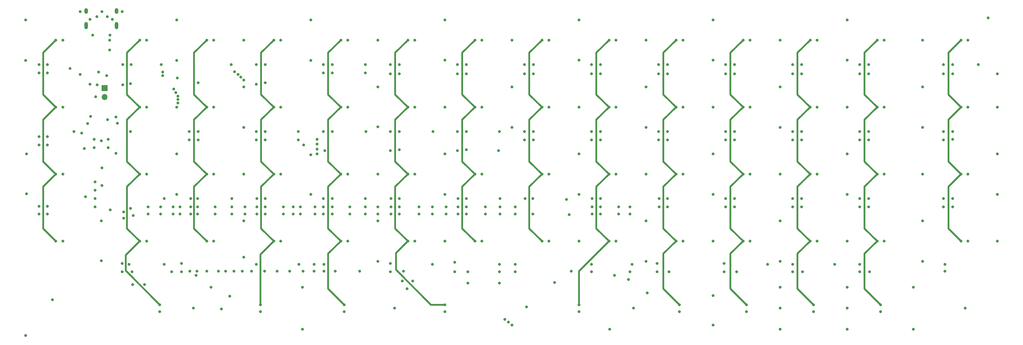
<source format=gbr>
%TF.GenerationSoftware,KiCad,Pcbnew,(6.0.0)*%
%TF.CreationDate,2022-12-27T13:23:36-08:00*%
%TF.ProjectId,denna,64656e6e-612e-46b6-9963-61645f706362,rev?*%
%TF.SameCoordinates,Original*%
%TF.FileFunction,Copper,L3,Inr*%
%TF.FilePolarity,Positive*%
%FSLAX46Y46*%
G04 Gerber Fmt 4.6, Leading zero omitted, Abs format (unit mm)*
G04 Created by KiCad (PCBNEW (6.0.0)) date 2022-12-27 13:23:36*
%MOMM*%
%LPD*%
G01*
G04 APERTURE LIST*
%TA.AperFunction,ComponentPad*%
%ADD10O,1.000000X1.600000*%
%TD*%
%TA.AperFunction,ComponentPad*%
%ADD11O,1.000000X2.100000*%
%TD*%
%TA.AperFunction,ComponentPad*%
%ADD12R,1.700000X1.700000*%
%TD*%
%TA.AperFunction,ComponentPad*%
%ADD13O,1.700000X1.700000*%
%TD*%
%TA.AperFunction,ViaPad*%
%ADD14C,0.800000*%
%TD*%
%TA.AperFunction,Conductor*%
%ADD15C,0.500000*%
%TD*%
G04 APERTURE END LIST*
D10*
%TO.N,GND*%
%TO.C,USB1*%
X49563750Y-20265680D03*
X40923750Y-20265680D03*
D11*
X49563750Y-24445680D03*
X40923750Y-24445680D03*
%TD*%
D12*
%TO.N,VBAT*%
%TO.C,JP1*%
X46236054Y-42182922D03*
D13*
%TO.N,BOOT0*%
X46236054Y-44722922D03*
%TD*%
D14*
%TO.N,GND*%
X44053236Y-41275104D03*
X111720594Y-94258050D03*
X118665924Y-94258050D03*
X290711670Y-104775264D03*
X299839818Y-85725216D03*
X189706728Y-110728404D03*
X158353524Y-97631496D03*
X43656360Y-44648550D03*
X104775264Y-61118904D03*
X108744024Y-59928276D03*
X101203380Y-56951706D03*
X101203380Y-54570450D03*
X123825312Y-53181384D03*
X123825312Y-41870418D03*
%TO.N,AMUX_SEL_0*%
X106561206Y-60920466D03*
%TO.N,AMUX_SEL_1*%
X106561206Y-59531400D03*
%TO.N,AMUX_SEL_2*%
X106561206Y-58142334D03*
%TO.N,APLEX_EN_PIN_1*%
X106561206Y-56753268D03*
%TO.N,GND*%
X110926842Y-54570450D03*
X108347148Y-54570450D03*
%TO.N,APLEX_EN_PIN_0*%
X102790884Y-58340772D03*
%TO.N,GND*%
X139303476Y-92273670D03*
%TO.N,BOOT0*%
X47029806Y-51197004D03*
%TO.N,GND*%
X42068856Y-41076666D03*
X257175648Y-110728404D03*
X257175648Y-98822124D03*
X238125600Y-110728404D03*
X238125600Y-98822124D03*
X257175648Y-104775264D03*
X284956968Y-94258050D03*
X284956968Y-92273670D03*
X238125600Y-104775264D03*
X276027258Y-110728404D03*
X276027258Y-98822124D03*
X200422380Y-100409628D03*
X196453620Y-104775264D03*
X219075552Y-109537776D03*
X219075552Y-101203380D03*
X263525664Y-94456488D03*
X260747532Y-94456488D03*
X260747532Y-92273670D03*
X253603764Y-92273670D03*
X244475616Y-94456488D03*
X241697484Y-94456488D03*
X241697484Y-92273670D03*
X234553716Y-92273670D03*
X225822444Y-94456488D03*
X222250560Y-94456488D03*
X222250560Y-92075232D03*
X196056744Y-92273670D03*
X195461430Y-94456488D03*
X206573958Y-94456488D03*
X203200512Y-94456488D03*
X203200512Y-92075232D03*
X177403572Y-73818936D03*
X178197324Y-78184572D03*
X184547340Y-94456488D03*
X184547340Y-92273670D03*
X178792638Y-94258050D03*
X174030126Y-97433058D03*
X166092606Y-104378388D03*
X162917598Y-94456488D03*
X158353524Y-94456488D03*
X162917598Y-92273670D03*
X158353524Y-92273670D03*
X149423814Y-97631496D03*
X149423814Y-94456488D03*
X145653492Y-94456488D03*
X145653492Y-91678356D03*
X131167518Y-94258050D03*
X128587824Y-104775264D03*
X127397196Y-94456488D03*
X127397196Y-92075232D03*
X108545586Y-94258050D03*
X108545586Y-92273670D03*
X105767454Y-94258050D03*
X105767454Y-92273670D03*
X101401818Y-92273670D03*
X102592446Y-94258050D03*
X98822124Y-94258050D03*
X95250240Y-94258050D03*
X91678356Y-94258050D03*
X87908034Y-94258050D03*
X85328340Y-94258050D03*
X82947084Y-94258050D03*
X80565828Y-94258050D03*
X78581448Y-94258050D03*
X75208002Y-94258050D03*
X72429870Y-94258050D03*
X70445490Y-94258050D03*
X89297100Y-92273670D03*
X71437680Y-104775264D03*
X79375200Y-104973702D03*
X102394008Y-110728404D03*
X102394008Y-98822124D03*
X31353204Y-102394008D03*
X23812560Y-112514346D03*
X24010998Y-72231432D03*
X24010998Y-60920466D03*
X54173574Y-98028372D03*
X57547020Y-98028372D03*
X53181384Y-92273670D03*
X53975136Y-94456488D03*
X51197004Y-94456488D03*
X51197004Y-92075232D03*
X68064234Y-92075232D03*
X68064234Y-94456488D03*
X65286102Y-94456488D03*
X63103284Y-92273670D03*
X29964138Y-77986134D03*
X27582882Y-77986134D03*
X29964138Y-75803316D03*
X27582882Y-75803316D03*
X299839818Y-47625120D03*
X299839818Y-72429870D03*
X299839818Y-60920466D03*
X287139786Y-76001754D03*
X284560092Y-76001754D03*
X287139786Y-73620498D03*
X284560092Y-73620498D03*
X263327226Y-76001754D03*
X260747532Y-76001754D03*
X263327226Y-73620498D03*
X260747532Y-73620498D03*
X244277178Y-76001754D03*
X241697484Y-76001754D03*
X244277178Y-73620498D03*
X241697484Y-73620498D03*
X225227130Y-76001754D03*
X222647436Y-76001754D03*
X225227130Y-73620498D03*
X222647436Y-73620498D03*
X206177082Y-76001754D03*
X203795826Y-76001754D03*
X206177082Y-73620498D03*
X203795826Y-73620498D03*
X187127034Y-73620498D03*
X184745778Y-73620498D03*
X167878548Y-77986134D03*
X167878548Y-73620498D03*
X165695730Y-73620498D03*
X158551962Y-73620498D03*
X149026938Y-73620498D03*
X146645682Y-73620498D03*
X129976890Y-73620498D03*
X120253428Y-73620498D03*
X127595634Y-73620498D03*
X110926842Y-73620498D03*
X108347148Y-73620498D03*
X91876794Y-73620498D03*
X89495538Y-73620498D03*
X82351770Y-73620498D03*
X72628308Y-73620498D03*
X70643928Y-73620498D03*
X63103284Y-73620498D03*
X99814314Y-76001754D03*
X99814314Y-77986134D03*
X82351770Y-76001754D03*
X82351770Y-77986134D03*
X195461430Y-76001754D03*
X195461430Y-77986134D03*
X192286422Y-76001754D03*
X192286422Y-77986134D03*
X187127034Y-76001754D03*
X187127034Y-77986134D03*
X184745778Y-76001754D03*
X184745778Y-77986134D03*
X162917598Y-76001754D03*
X162917598Y-77986134D03*
X158551962Y-76001754D03*
X158551962Y-77986134D03*
X154384764Y-76001754D03*
X154384764Y-77986134D03*
X149026938Y-76001754D03*
X149026938Y-77986134D03*
X146645682Y-76001754D03*
X146645682Y-77986134D03*
X143272236Y-76001754D03*
X143272236Y-77986134D03*
X139303476Y-76001754D03*
X139303476Y-77986134D03*
X135533154Y-76001754D03*
X135533154Y-77986134D03*
X129976890Y-76001754D03*
X129976890Y-77986134D03*
X127595634Y-76001754D03*
X127595634Y-77986134D03*
X123825312Y-76001754D03*
X123825312Y-77986134D03*
X120253428Y-76001754D03*
X120253428Y-77986134D03*
X115887792Y-76001754D03*
X115887792Y-77986134D03*
X110926842Y-76001754D03*
X110926842Y-77986134D03*
X108347148Y-76001754D03*
X108347148Y-77986134D03*
X105965892Y-76001754D03*
X105965892Y-77986134D03*
X101798694Y-76001754D03*
X101798694Y-77986134D03*
X97036182Y-76001754D03*
X97036182Y-77986134D03*
X91876794Y-77986134D03*
X91876794Y-76001754D03*
X89495538Y-77986134D03*
X89495538Y-76001754D03*
X86122092Y-77986134D03*
X86122092Y-76001754D03*
X77589258Y-77986134D03*
X77589258Y-76001754D03*
X72628308Y-77986134D03*
X72628308Y-76001754D03*
X70643928Y-77986134D03*
X70643928Y-76001754D03*
X67667358Y-77986134D03*
X67667358Y-76001754D03*
X65682978Y-77981574D03*
X65682978Y-75997194D03*
X62111094Y-76001754D03*
X62111094Y-77986134D03*
X58539210Y-76001754D03*
X58539210Y-77986134D03*
X54372012Y-78383010D03*
X53578260Y-76398630D03*
X51593880Y-79176762D03*
X51593880Y-77390820D03*
X287139786Y-56753268D03*
X284560092Y-56951706D03*
X287139786Y-54570450D03*
X284560092Y-54570450D03*
X263327226Y-56951706D03*
X260747532Y-56951706D03*
X263327226Y-54570450D03*
X260747532Y-54570450D03*
X244277178Y-56951706D03*
X241697484Y-56951706D03*
X244277178Y-54570450D03*
X241697484Y-54570450D03*
X238125600Y-53379822D03*
X238125600Y-41870418D03*
X200025504Y-53379822D03*
X200025504Y-41870418D03*
X225227130Y-56951706D03*
X222647436Y-56951706D03*
X225227130Y-54570450D03*
X222647436Y-54570450D03*
X206177082Y-56951706D03*
X203597388Y-56951706D03*
X206177082Y-54570450D03*
X203597388Y-54570450D03*
X161925408Y-53379822D03*
X161925408Y-41870418D03*
X187127034Y-56951706D03*
X184547340Y-56951706D03*
X187127034Y-54570450D03*
X184547340Y-54570450D03*
X168076986Y-56951706D03*
X165497292Y-56951706D03*
X168076986Y-54570450D03*
X165497292Y-54570450D03*
X158353524Y-54570450D03*
X158155086Y-59928276D03*
X149026938Y-59729838D03*
X149026938Y-54570450D03*
X146447244Y-59928276D03*
X146447244Y-54570450D03*
X139501914Y-54570450D03*
X129976890Y-59729838D03*
X127397196Y-59928276D03*
X129976890Y-54570450D03*
X127397196Y-54570450D03*
X120451866Y-54570450D03*
X91876794Y-56951706D03*
X89297100Y-56951706D03*
X91876794Y-54570450D03*
X89297100Y-54570450D03*
X85725216Y-53379822D03*
X85725216Y-41870418D03*
X72826746Y-56951706D03*
X70247052Y-56951706D03*
X72826746Y-54570450D03*
X70247052Y-54570450D03*
X42267294Y-50204814D03*
X294481992Y-35520402D03*
X299839818Y-38100096D03*
X297260124Y-22225056D03*
X287139786Y-38100096D03*
X284560092Y-38100096D03*
X287139786Y-35520402D03*
X284560092Y-35520402D03*
X263327226Y-38100096D03*
X260747532Y-38100096D03*
X263327226Y-35520402D03*
X260747532Y-35520402D03*
X244277178Y-38100096D03*
X241697484Y-38100096D03*
X244277178Y-35520402D03*
X241697484Y-35520402D03*
X225227130Y-38100096D03*
X222647436Y-38100096D03*
X225227130Y-35520402D03*
X222647436Y-35520402D03*
X206177082Y-38100096D03*
X203597388Y-38100096D03*
X206177082Y-35520402D03*
X203597388Y-35520402D03*
X187127034Y-38100096D03*
X184547340Y-38100096D03*
X187127034Y-35520402D03*
X184547340Y-35520402D03*
X168076986Y-38100096D03*
X165497292Y-38100096D03*
X168076986Y-35520402D03*
X165497292Y-35520402D03*
X149026938Y-38100096D03*
X146447244Y-38100096D03*
X149026938Y-35520402D03*
X146447244Y-35520402D03*
X120253428Y-37901658D03*
X129976890Y-38100096D03*
X127397196Y-38100096D03*
X129976890Y-35520402D03*
X127397196Y-35520402D03*
X120253428Y-35520402D03*
X110926842Y-37901658D03*
X108347148Y-37901658D03*
X110926842Y-35520402D03*
X108347148Y-35520402D03*
X91876794Y-40679790D03*
X89297100Y-41076666D03*
X82153332Y-35520402D03*
X91876794Y-35520402D03*
X89297100Y-35520402D03*
X72826746Y-40679790D03*
X53578260Y-40878228D03*
X51395442Y-41275104D03*
X51395442Y-35520402D03*
X53776698Y-35520402D03*
%TO.N,APLEX_EN_PIN_1*%
X66873606Y-39290724D03*
X195064554Y-96639306D03*
%TO.N,AMUX_SEL_2*%
X83145522Y-37504782D03*
%TO.N,AMUX_SEL_1*%
X84137712Y-38298534D03*
%TO.N,AMUX_SEL_0*%
X84931464Y-39092286D03*
%TO.N,APLEX_EN_PIN_0*%
X85725216Y-39886038D03*
%TO.N,APLEX_EN_PIN_1*%
X65881416Y-42436480D03*
%TO.N,AMUX_SEL_2*%
X66476730Y-43435983D03*
%TO.N,AMUX_SEL_1*%
X67072044Y-44435486D03*
%TO.N,AMUX_SEL_0*%
X67072044Y-45434989D03*
%TO.N,APLEX_EN_PIN_0*%
X67072044Y-46434492D03*
X81756456Y-101401818D03*
%TO.N,VBAT*%
X191095794Y-95448678D03*
%TO.N,AMUX_SEL_0*%
X159941028Y-107950272D03*
%TO.N,AMUX_SEL_1*%
X160933218Y-108744024D03*
%TO.N,AMUX_SEL_2*%
X161925408Y-109537776D03*
%TO.N,VBAT*%
X72231432Y-95448678D03*
%TO.N,GND*%
X278606952Y-53379822D03*
X85725216Y-28575072D03*
X29964138Y-37901658D03*
X104775264Y-34329774D03*
X85725216Y-90289290D03*
X45442302Y-20439114D03*
X238125600Y-79970514D03*
X219075552Y-60920466D03*
X278606952Y-79970514D03*
X66675168Y-60920466D03*
X257175648Y-72429870D03*
X132159708Y-99219000D03*
X47625120Y-28575072D03*
X43457922Y-71239242D03*
X257175648Y-60920466D03*
X130770642Y-97036182D03*
X161925408Y-28575072D03*
X238125600Y-28575072D03*
X200025504Y-28575072D03*
X123825312Y-79970514D03*
X257170060Y-22814782D03*
X123825312Y-91479918D03*
X219075552Y-85725216D03*
X47228244Y-59134524D03*
X45243750Y-79970514D03*
X180975456Y-85725216D03*
X238125600Y-91479918D03*
X27582882Y-35520402D03*
X29964138Y-58340772D03*
X200025504Y-91479918D03*
X133747212Y-97036182D03*
X180975456Y-60920466D03*
X27582882Y-55959516D03*
X39687600Y-54967326D03*
X180975456Y-72429870D03*
X200025504Y-66675168D03*
X257175648Y-47625120D03*
X142875360Y-85725216D03*
X219075552Y-47625120D03*
X66675000Y-22820203D03*
X219075552Y-22820370D03*
X123825312Y-66675168D03*
X278606952Y-41870418D03*
X43457922Y-68857986D03*
X142874880Y-34230440D03*
X45442302Y-69850176D03*
X142875360Y-60920466D03*
X278606952Y-91479918D03*
X180974848Y-34230440D03*
X104775264Y-72429870D03*
X29964138Y-35520402D03*
X49411062Y-50403252D03*
X47823558Y-76795506D03*
X219075552Y-72429870D03*
X142875360Y-47625120D03*
X142875360Y-22820370D03*
X180975456Y-47625120D03*
X45442302Y-64889226D03*
X85725216Y-79970514D03*
X238125600Y-66675168D03*
X66675168Y-47625120D03*
X123825312Y-28575072D03*
X42068856Y-22621932D03*
X27582882Y-58340772D03*
X23812560Y-22820370D03*
X257175648Y-85725216D03*
X47228244Y-56753268D03*
X219074816Y-34230440D03*
X43457922Y-73620498D03*
X76398630Y-98822124D03*
X45243750Y-91281480D03*
X66675000Y-34329774D03*
X278606250Y-66675000D03*
X142875360Y-72429870D03*
X45243750Y-57150000D03*
X200025504Y-79970514D03*
X180975456Y-22820370D03*
X43259484Y-59134524D03*
X278606250Y-28575072D03*
X66675168Y-72429870D03*
X43457922Y-76001754D03*
X48418872Y-22621932D03*
X53578260Y-54570450D03*
X27582882Y-37901658D03*
X29964138Y-55959516D03*
X43259484Y-56753268D03*
X257174784Y-34230440D03*
X23812560Y-34329774D03*
X47625120Y-31353204D03*
X85725216Y-66675168D03*
X104775000Y-22820370D03*
%TO.N,VBAT*%
X40481352Y-59332962D03*
X37504782Y-54570450D03*
X41389170Y-52272318D03*
X49807938Y-52189194D03*
X49411062Y-60722028D03*
X39290724Y-38298534D03*
%TO.N,D+*%
X62706408Y-38600096D03*
X46831368Y-38600096D03*
%TO.N,VBUS*%
X42793864Y-27117262D03*
X47693864Y-27117262D03*
X62309532Y-35520402D03*
%TO.N,D-*%
X62706408Y-37600096D03*
X44545426Y-37600096D03*
%TO.N,Net-(R4-Pad1)*%
X43993864Y-21828180D03*
X39290724Y-20439114D03*
%TO.N,Net-(R5-Pad1)*%
X46993864Y-21828180D03*
X51197004Y-20439114D03*
%TO.N,COL0*%
X32345394Y-28575072D03*
X32345394Y-66675168D03*
X32345394Y-85725216D03*
X32345394Y-47625120D03*
%TO.N,COL8*%
X189508290Y-47625120D03*
X189508290Y-85725216D03*
X189508290Y-66675168D03*
X180975456Y-103783074D03*
X189508290Y-28575072D03*
%TO.N,COL2*%
X75208002Y-85725216D03*
X75208002Y-66675168D03*
X75208002Y-28575072D03*
X75208002Y-47625120D03*
%TO.N,COL10*%
X227608386Y-28575072D03*
X227608386Y-47625120D03*
X227608386Y-66675168D03*
X228600576Y-103783074D03*
X227608386Y-85725216D03*
%TO.N,COL3*%
X94258050Y-47625120D03*
X94258050Y-66675168D03*
X90487728Y-103783074D03*
X94258050Y-28575072D03*
X94258050Y-85725216D03*
%TO.N,COL11*%
X247650624Y-103783074D03*
X246658434Y-28575072D03*
X246658434Y-66675168D03*
X246658434Y-47625120D03*
X246658434Y-85725216D03*
%TO.N,COL1*%
X56157954Y-28575072D03*
X56157954Y-66675168D03*
X56157954Y-85725216D03*
X56157954Y-47625120D03*
X61912656Y-103783074D03*
%TO.N,COL9*%
X208558338Y-85725216D03*
X208558338Y-47625120D03*
X208558338Y-66675168D03*
X209550528Y-103783074D03*
X208558338Y-28575072D03*
%TO.N,COL7*%
X170458242Y-85725216D03*
X170458242Y-66675168D03*
X170458242Y-47625120D03*
X170458242Y-28575072D03*
%TO.N,COL4*%
X113308098Y-66675168D03*
X113308098Y-47625120D03*
X114300288Y-103783074D03*
X113308098Y-85725216D03*
X113308098Y-28575072D03*
%TO.N,COL12*%
X265708482Y-66675168D03*
X265708482Y-28575072D03*
X265708482Y-85725216D03*
X265708482Y-47625120D03*
X266700672Y-103783074D03*
%TO.N,COL6*%
X151408194Y-28575072D03*
X151408194Y-66675168D03*
X151408194Y-47625120D03*
X151408194Y-85725216D03*
%TO.N,COL5*%
X132358146Y-66675168D03*
X132358146Y-85725216D03*
X132358146Y-28575072D03*
X142875360Y-103783074D03*
X132358146Y-47625120D03*
%TO.N,COL13*%
X289521042Y-66675168D03*
X289521042Y-28575072D03*
X289521042Y-47625120D03*
X289521042Y-85725216D03*
%TO.N,ROW2*%
X40779009Y-73124403D03*
X291505422Y-66675168D03*
X58142334Y-66675168D03*
X115292478Y-66675168D03*
X96242430Y-66675168D03*
X267692862Y-66675168D03*
X153392574Y-66675168D03*
X77192382Y-66675168D03*
X248642814Y-66675168D03*
X172442622Y-66675168D03*
X210542718Y-66675168D03*
X34329774Y-66675168D03*
X134342526Y-66675168D03*
X191492670Y-66675168D03*
X229592766Y-66675168D03*
%TO.N,ROW4*%
X266700672Y-105767454D03*
X142875360Y-105767454D03*
X114300288Y-105767454D03*
X209550528Y-105767454D03*
X180975456Y-105767454D03*
X228600576Y-105767454D03*
X90487728Y-105767454D03*
X61912656Y-105767454D03*
X247650624Y-105767454D03*
%TO.N,ROW0*%
X77192382Y-28575072D03*
X291505422Y-28575072D03*
X96242430Y-28575072D03*
X267692862Y-28575072D03*
X58142334Y-28575072D03*
X36413496Y-36611688D03*
X115292478Y-28575072D03*
X134342526Y-28575072D03*
X229592766Y-28575072D03*
X34329774Y-28575072D03*
X172442622Y-28575072D03*
X210542718Y-28575072D03*
X248642814Y-28575072D03*
X191492670Y-28575072D03*
X153392574Y-28575072D03*
%TO.N,ROW3*%
X115292478Y-85725216D03*
X172442622Y-85725216D03*
X291505422Y-85725216D03*
X210542718Y-85725216D03*
X153392574Y-85725216D03*
X267692862Y-85725216D03*
X58142334Y-85725216D03*
X248642814Y-85725216D03*
X77192382Y-85725216D03*
X229592766Y-85725216D03*
X191492670Y-85725216D03*
X134342526Y-85725216D03*
X96242430Y-85725216D03*
X34329774Y-85725216D03*
%TO.N,ROW1*%
X153392574Y-47625120D03*
X58142334Y-47625120D03*
X248642814Y-47625120D03*
X134342526Y-47625120D03*
X267692862Y-47625120D03*
X77192382Y-47625120D03*
X291505422Y-47625120D03*
X172442622Y-47625120D03*
X229592766Y-47625120D03*
X96242430Y-47625120D03*
X191492670Y-47625120D03*
X115292478Y-47625120D03*
X210542718Y-47625120D03*
X34329774Y-47625120D03*
%TD*%
D15*
%TO.N,COL1*%
X52189194Y-94059612D02*
X61912656Y-103783074D01*
X52189194Y-89693976D02*
X52189194Y-94059612D01*
X56157954Y-85725216D02*
X52189194Y-89693976D01*
%TO.N,COL0*%
X28773510Y-63103284D02*
X32345394Y-66675168D01*
X28773510Y-51197004D02*
X28773510Y-63103284D01*
X28773510Y-32146956D02*
X28773510Y-44053236D01*
X32345394Y-66675168D02*
X28773510Y-70247052D01*
X28773510Y-82153332D02*
X32345394Y-85725216D01*
X32345394Y-47625120D02*
X28773510Y-51197004D01*
X28773510Y-70247052D02*
X28773510Y-82153332D01*
X32345394Y-28575072D02*
X28773510Y-32146956D01*
X28773510Y-44053236D02*
X32345394Y-47625120D01*
%TO.N,COL8*%
X189508290Y-85725216D02*
X180975456Y-94258050D01*
X185936406Y-82153332D02*
X189508290Y-85725216D01*
X189508290Y-28575072D02*
X185936406Y-32146956D01*
X185936406Y-63103284D02*
X189508290Y-66675168D01*
X185936406Y-70247052D02*
X185936406Y-82153332D01*
X189508290Y-66675168D02*
X185936406Y-70247052D01*
X180975456Y-94258050D02*
X180975456Y-103783074D01*
X185936406Y-32146956D02*
X185936406Y-44053236D01*
X189508290Y-47625120D02*
X185936406Y-51197004D01*
X185936406Y-51197004D02*
X185936406Y-63103284D01*
X185936406Y-44053236D02*
X189508290Y-47625120D01*
%TO.N,COL2*%
X71636118Y-32146956D02*
X71636118Y-44053236D01*
X71636118Y-63103284D02*
X75208002Y-66675168D01*
X71636118Y-51197004D02*
X71636118Y-63103284D01*
X75208002Y-28575072D02*
X71636118Y-32146956D01*
X75208002Y-47625120D02*
X71636118Y-51197004D01*
X71636118Y-70247052D02*
X71636118Y-82153332D01*
X71636118Y-44053236D02*
X75208002Y-47625120D01*
X71636118Y-82153332D02*
X75208002Y-85725216D01*
X75208002Y-66675168D02*
X71636118Y-70247052D01*
%TO.N,COL10*%
X224036502Y-63103284D02*
X227608386Y-66675168D01*
X224036502Y-32146956D02*
X224036502Y-44053236D01*
X227608386Y-85725216D02*
X224036502Y-89297100D01*
X224036502Y-70247052D02*
X224036502Y-82153332D01*
X224036502Y-89297100D02*
X224036502Y-99219000D01*
X224036502Y-82153332D02*
X227608386Y-85725216D01*
X227608386Y-28575072D02*
X224036502Y-32146956D01*
X224036502Y-44053236D02*
X227608386Y-47625120D01*
X224036502Y-51197004D02*
X224036502Y-63103284D01*
X227608386Y-66675168D02*
X224036502Y-70247052D01*
X227608386Y-47625120D02*
X224036502Y-51197004D01*
X224036502Y-99219000D02*
X228600576Y-103783074D01*
%TO.N,COL3*%
X90686166Y-70247052D02*
X90686166Y-82153332D01*
X90487728Y-89495538D02*
X90487728Y-103783074D01*
X90686166Y-51197004D02*
X90686166Y-63103284D01*
X90686166Y-82153332D02*
X94258050Y-85725216D01*
X94258050Y-85725216D02*
X90487728Y-89495538D01*
X90686166Y-32146956D02*
X90686166Y-44053236D01*
X94258050Y-28575072D02*
X90686166Y-32146956D01*
X90686166Y-63103284D02*
X94258050Y-66675168D01*
X94258050Y-66675168D02*
X90686166Y-70247052D01*
X90686166Y-44053236D02*
X94258050Y-47625120D01*
X94258050Y-47625120D02*
X90686166Y-51197004D01*
%TO.N,COL11*%
X246658434Y-85725216D02*
X243086550Y-89297100D01*
X243086550Y-63103284D02*
X246658434Y-66675168D01*
X243086550Y-51197004D02*
X243086550Y-63103284D01*
X246658434Y-47625120D02*
X243086550Y-51197004D01*
X243086550Y-32146956D02*
X243086550Y-44053236D01*
X243086550Y-44053236D02*
X246658434Y-47625120D01*
X246658434Y-28575072D02*
X243086550Y-32146956D01*
X246658434Y-66675168D02*
X243086550Y-70247052D01*
X243086550Y-89297100D02*
X243086550Y-99219000D01*
X243086550Y-82153332D02*
X246658434Y-85725216D01*
X243086550Y-99219000D02*
X247650624Y-103783074D01*
X243086550Y-70247052D02*
X243086550Y-82153332D01*
%TO.N,COL1*%
X52586070Y-82153332D02*
X56157954Y-85725216D01*
X56157954Y-66675168D02*
X52586070Y-70247052D01*
X52586070Y-32146956D02*
X52586070Y-44053236D01*
X52586070Y-70247052D02*
X52586070Y-82153332D01*
X52586070Y-44053236D02*
X56157954Y-47625120D01*
X56157954Y-28575072D02*
X52586070Y-32146956D01*
X52586070Y-51197004D02*
X52586070Y-63103284D01*
X56157954Y-47625120D02*
X52586070Y-51197004D01*
X52586070Y-63103284D02*
X56157954Y-66675168D01*
%TO.N,COL9*%
X204986454Y-32146956D02*
X204986454Y-44053236D01*
X208558338Y-85725216D02*
X204986454Y-89297100D01*
X208558338Y-66675168D02*
X204986454Y-70247052D01*
X204986454Y-51197004D02*
X204986454Y-63103284D01*
X204986454Y-99219000D02*
X209550528Y-103783074D01*
X204986454Y-70247052D02*
X204986454Y-82153332D01*
X204986454Y-82153332D02*
X208558338Y-85725216D01*
X204986454Y-89297100D02*
X204986454Y-99219000D01*
X204986454Y-44053236D02*
X208558338Y-47625120D01*
X204986454Y-63103284D02*
X208558338Y-66675168D01*
X208558338Y-28575072D02*
X204986454Y-32146956D01*
X208558338Y-47625120D02*
X204986454Y-51197004D01*
%TO.N,COL7*%
X166886358Y-82153332D02*
X170458242Y-85725216D01*
X170458242Y-28575072D02*
X166886358Y-32146956D01*
X166886358Y-70247052D02*
X166886358Y-82153332D01*
X166886358Y-32146956D02*
X166886358Y-44053236D01*
X166886358Y-63103284D02*
X170458242Y-66675168D01*
X170458242Y-47625120D02*
X166886358Y-51197004D01*
X170458242Y-66675168D02*
X166886358Y-70247052D01*
X166886358Y-44053236D02*
X170458242Y-47625120D01*
X166886358Y-51197004D02*
X166886358Y-63103284D01*
%TO.N,COL4*%
X109736214Y-82153332D02*
X113308098Y-85725216D01*
X109736214Y-89297100D02*
X109736214Y-99219000D01*
X113308098Y-66675168D02*
X109736214Y-70247052D01*
X113308098Y-85725216D02*
X109736214Y-89297100D01*
X109736214Y-63103284D02*
X113308098Y-66675168D01*
X109736214Y-99219000D02*
X114300288Y-103783074D01*
X109736214Y-32146956D02*
X109736214Y-44053236D01*
X109736214Y-44053236D02*
X113308098Y-47625120D01*
X113308098Y-47625120D02*
X109736214Y-51197004D01*
X109736214Y-70247052D02*
X109736214Y-82153332D01*
X113308098Y-28575072D02*
X109736214Y-32146956D01*
X109736214Y-51197004D02*
X109736214Y-63103284D01*
%TO.N,COL12*%
X262136598Y-51197004D02*
X262136598Y-63103284D01*
X262136598Y-44053236D02*
X265708482Y-47625120D01*
X262136598Y-99219000D02*
X266700672Y-103783074D01*
X262136598Y-70247052D02*
X262136598Y-82153332D01*
X262136598Y-32146956D02*
X262136598Y-44053236D01*
X265708482Y-28575072D02*
X262136598Y-32146956D01*
X262136598Y-89297100D02*
X262136598Y-99219000D01*
X265708482Y-85725216D02*
X262136598Y-89297100D01*
X262136598Y-82153332D02*
X265708482Y-85725216D01*
X265708482Y-47625120D02*
X262136598Y-51197004D01*
X262136598Y-63103284D02*
X265708482Y-66675168D01*
X265708482Y-66675168D02*
X262136598Y-70247052D01*
%TO.N,COL6*%
X151408194Y-47625120D02*
X147836310Y-51197004D01*
X147836310Y-32146956D02*
X147836310Y-44053236D01*
X147836310Y-51197004D02*
X147836310Y-63103284D01*
X147836310Y-44053236D02*
X151408194Y-47625120D01*
X147836310Y-70247052D02*
X147836310Y-82153332D01*
X151408194Y-28575072D02*
X147836310Y-32146956D01*
X147836310Y-63103284D02*
X151408194Y-66675168D01*
X147836310Y-82153332D02*
X151408194Y-85725216D01*
X151408194Y-66675168D02*
X147836310Y-70247052D01*
%TO.N,COL5*%
X128786262Y-51197004D02*
X128786262Y-63103284D01*
X128786262Y-70247052D02*
X128786262Y-82153332D01*
X128786262Y-82153332D02*
X132358146Y-85725216D01*
X132358146Y-66675168D02*
X128786262Y-70247052D01*
X132358146Y-28575072D02*
X128786262Y-32146956D01*
X128786262Y-63103284D02*
X132358146Y-66675168D01*
X128786262Y-44053236D02*
X132358146Y-47625120D01*
X132358146Y-85725216D02*
X128984700Y-89098662D01*
X128984700Y-89098662D02*
X128984700Y-93861174D01*
X128786262Y-32146956D02*
X128786262Y-44053236D01*
X132358146Y-47625120D02*
X128786262Y-51197004D01*
X128984700Y-93861174D02*
X138906600Y-103783074D01*
X138906600Y-103783074D02*
X142875360Y-103783074D01*
%TO.N,COL13*%
X285949158Y-82153332D02*
X289521042Y-85725216D01*
X289521042Y-66675168D02*
X285949158Y-70247052D01*
X285949158Y-44053236D02*
X289521042Y-47625120D01*
X285949158Y-63103284D02*
X289521042Y-66675168D01*
X289521042Y-47625120D02*
X285949158Y-51197004D01*
X285949158Y-32146956D02*
X285949158Y-44053236D01*
X285949158Y-51197004D02*
X285949158Y-63103284D01*
X289521042Y-28575072D02*
X285949158Y-32146956D01*
X285949158Y-70247052D02*
X285949158Y-82153332D01*
%TD*%
M02*

</source>
